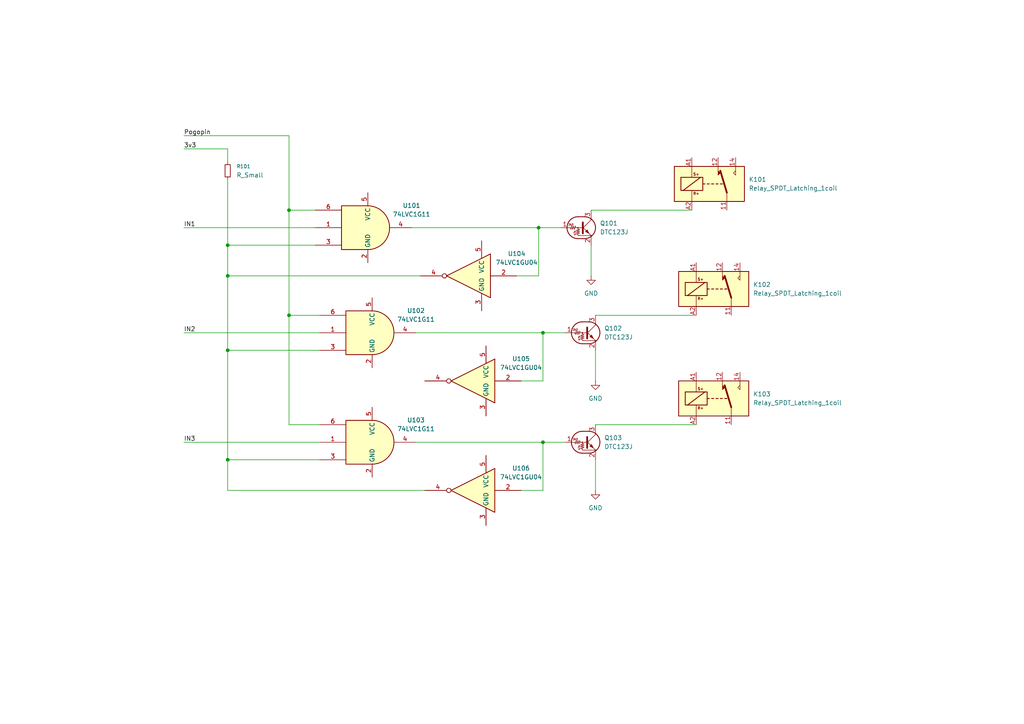
<source format=kicad_sch>
(kicad_sch (version 20250114) (generator "eeschema") (generator_version "9.0")
  (paper "A4")
  (lib_symbols
    (symbol "74xGxx:74LVC1G11"
      (property "Reference" "U" (at -5.08 10.16 0))
      (property "Value" "74LVC1G11" (at 7.62 -10.16 0))
      (symbol "74LVC1G11_0_1"
        (arc (start 0 6.35) (mid 6.3224 0) (end 0 -6.35) (stroke (width 0.254)) (fill (type background)))
        (polyline (pts (xy 0 -6.35) (xy -7.62 -6.35) (xy -7.62 6.35) (xy 0 6.35)) (stroke (width 0.254)) (fill (type background)))
      )
      (symbol "74LVC1G11_1_1"
        (pin input line (at -15.24 5.08 0) (length 7.62) (name "~") (number "6"))
        (pin input line (at -15.24 0 0) (length 7.62) (name "~") (number "1"))
        (pin input line (at -15.24 -5.08 0) (length 7.62) (name "~") (number "3"))
        (pin power_in line (at 0 10.16 270) (length 3.81) (name "VCC") (number "5"))
        (pin power_in line (at 0 -10.16 90) (length 3.81) (name "GND") (number "2"))
        (pin output line (at 12.7 0 180) (length 6.35) (name "~") (number "4"))
      )
    )
    (symbol "74xGxx:74LVC1GU04"
      (property "Reference" "U" (at -2.54 3.81 0))
      (property "Value" "74LVC1GU04" (at 0 -3.81 0))
      (symbol "74LVC1GU04_0_1"
        (polyline (pts (xy -7.62 6.35) (xy -7.62 -6.35) (xy 5.08 0) (xy -7.62 6.35)) (stroke (width 0.254)) (fill (type background)))
      )
      (symbol "74LVC1GU04_1_1"
        (pin input line (at -15.24 0 0) (length 7.62) (name "~") (number "2"))
        (pin no_connect line (at -7.62 2.54 0) (length 2.54) (hide yes) (name "NC") (number "1"))
        (pin power_in line (at -5.08 10.16 270) (length 5.08) (name "VCC") (number "5"))
        (pin power_in line (at -5.08 -10.16 90) (length 5.08) (name "GND") (number "3"))
        (pin output inverted (at 12.7 0 180) (length 7.62) (name "~") (number "4"))
      )
    )
    (symbol "Device:R_Small" (pin_numbers (hide yes)) (pin_names (offset 0.254) (hide yes))
      (property "Reference" "R" (at 0 0 90))
      (property "Value" "R_Small" (at 1.778 0 90))
      (symbol "R_Small_0_1"
        (rectangle (start -0.762 1.778) (end 0.762 -1.778) (stroke (width 0.2032)))
      )
      (symbol "R_Small_1_1"
        (pin passive line (at 0 2.54 270) (length 0.762) (name "~") (number "1"))
        (pin passive line (at 0 -2.54 90) (length 0.762) (name "~") (number "2"))
      )
    )
    (symbol "Relay:Relay_SPDT_Latching_1coil"
      (property "Reference" "K" (at 11.43 3.81 0))
      (property "Value" "Relay_SPDT_Latching_1coil" (at 11.43 1.27 0))
      (symbol "Relay_SPDT_Latching_1coil_0_0"
        (polyline (pts (xy 7.62 5.08) (xy 7.62 2.54) (xy 6.985 3.175) (xy 7.62 3.81)))
      )
      (symbol "Relay_SPDT_Latching_1coil_0_1"
        (rectangle (start -8.255 1.905) (end -1.905 -1.905) (stroke (width 0.254)))
        (polyline (pts (xy -7.62 -1.905) (xy -2.54 1.905)) (stroke (width 0.254)))
        (polyline (pts (xy -5.08 5.08) (xy -5.08 1.905)))
        (polyline (pts (xy -5.08 -5.08) (xy -5.08 -1.905)))
        (polyline (pts (xy -1.905 0) (xy -1.27 0)) (stroke (width 0.254)))
        (polyline (pts (xy -0.635 0) (xy 0 0)) (stroke (width 0.254)))
        (polyline (pts (xy 0.635 0) (xy 1.27 0)) (stroke (width 0.254)))
        (polyline (pts (xy 1.905 0) (xy 2.54 0)) (stroke (width 0.254)))
        (polyline (pts (xy 2.54 5.08) (xy 2.54 2.54) (xy 3.175 3.175) (xy 2.54 3.81)) (fill (type outline)))
        (polyline (pts (xy 3.175 0) (xy 3.81 0)) (stroke (width 0.254)))
        (polyline (pts (xy 5.08 -2.54) (xy 3.175 3.81)) (stroke (width 0.508)))
        (polyline (pts (xy 5.08 -2.54) (xy 5.08 -5.08)))
      )
      (symbol "Relay_SPDT_Latching_1coil_1_0"
        (text "S+" (at -3.81 2.794 0) (effects (font (size 0.762 0.762))))
        (text "R+" (at -3.81 -2.794 0) (effects (font (size 0.762 0.762))))
      )
      (symbol "Relay_SPDT_Latching_1coil_1_1"
        (rectangle (start -10.16 5.08) (end 10.16 -5.08) (stroke (width 0.254)) (fill (type background)))
        (pin passive line (at -5.08 7.62 270) (length 2.54) (name "~") (number "A1"))
        (pin passive line (at -5.08 -7.62 90) (length 2.54) (name "~") (number "A2"))
        (pin passive line (at 2.54 7.62 270) (length 2.54) (name "~") (number "12"))
        (pin passive line (at 5.08 -7.62 90) (length 2.54) (name "~") (number "11"))
        (pin passive line (at 7.62 7.62 270) (length 2.54) (name "~") (number "14"))
      )
    )
    (symbol "Transistor_BJT:DTC123J" (pin_names (offset 0) (hide yes))
      (property "Reference" "Q" (at 5.08 1.905 0))
      (property "Value" "DTC123J" (at 5.08 0 0))
      (symbol "DTC123J_0_0"
        (text "2k2" (at -3.302 0.889 0) (effects (font (size 0.508 0.508))))
        (text "47k" (at -2.159 -1.524 900) (effects (font (size 0.508 0.508))))
      )
      (symbol "DTC123J_0_1"
        (polyline (pts (xy -3.429 0) (xy -3.81 0)))
        (polyline (pts (xy -1.27 3.175) (xy 0.635 3.175)) (stroke (width 0.254)))
        (circle (center -1.27 0) (radius 0.127))
        (polyline (pts (xy -1.27 0) (xy -1.27 -0.381) (xy -0.762 -0.508) (xy -1.778 -0.762) (xy -0.762 -1.016) (xy -1.778 -1.27) (xy -0.762 -1.524) (xy -1.778 -1.778) (xy -1.27 -1.905) (xy -1.27 -2.286) (xy 2.54 -2.286)))
        (polyline (pts (xy -1.27 -3.175) (xy 0.635 -3.175)) (stroke (width 0.254)))
        (arc (start -1.27 -3.175) (mid -4.4312 0) (end -1.27 3.175) (stroke (width 0.254)))
        (polyline (pts (xy 0 0) (xy -1.905 0) (xy -2.032 0.508) (xy -2.286 -0.508) (xy -2.54 0.508) (xy -2.794 -0.508) (xy -3.048 0.508) (xy -3.302 -0.508) (xy -3.429 0)))
        (polyline (pts (xy 0 -0.254) (xy 2.54 2.286)))
        (polyline (pts (xy 0.127 1.524) (xy 0.127 -1.651)) (stroke (width 0.508)) (fill (type outline)))
        (arc (start 0.635 3.175) (mid 3.7962 0) (end 0.635 -3.175) (stroke (width 0.254)))
        (polyline (pts (xy 0.889 -1.143) (xy 1.397 -0.635) (xy 1.905 -1.651) (xy 0.889 -1.143)) (fill (type outline)))
        (polyline (pts (xy 2.54 2.286) (xy 2.54 2.54)))
        (polyline (pts (xy 2.54 -2.286) (xy 0 0.254) (xy 0 0.254)))
        (circle (center 2.54 -2.286) (radius 0.127))
      )
      (symbol "DTC123J_1_1"
        (pin input line (at -6.35 0 0) (length 2.54) (name "B") (number "1"))
        (pin passive line (at 2.54 5.08 270) (length 2.54) (name "C") (number "3"))
        (pin passive line (at 2.54 -5.08 90) (length 2.54) (name "E") (number "2"))
      )
    )
    (symbol "power:GND" (power) (pin_numbers (hide yes)) (pin_names (offset 0) (hide yes))
      (property "Value" "GND" (at 0 -3.81 0))
      (symbol "GND_0_1"
        (polyline (pts (xy 0 0) (xy 0 -1.27) (xy 1.27 -1.27) (xy 0 -2.54) (xy -1.27 -1.27) (xy 0 -1.27)))
      )
      (symbol "GND_1_1"
        (pin power_in line (at 0 0 270) (length 0) (name "~") (number "1"))
      )
    )
  )
  (junction (at 66.04 101.6))
  (junction (at 157.48 96.52))
  (junction (at 157.48 128.27))
  (junction (at 83.82 91.44))
  (junction (at 66.04 133.35))
  (junction (at 66.04 71.12))
  (junction (at 83.82 60.96))
  (junction (at 66.04 80.01))
  (junction (at 156.21 66.04))
  (wire (pts (xy 83.82 60.96) (xy 83.82 91.44)))
  (wire (pts (xy 53.34 43.18) (xy 66.04 43.18)))
  (wire (pts (xy 66.04 46.99) (xy 66.04 43.18)))
  (wire (pts (xy 83.82 91.44) (xy 83.82 123.19)))
  (wire (pts (xy 66.04 71.12) (xy 66.04 52.07)))
  (wire (pts (xy 83.82 39.37) (xy 83.82 60.96)))
  (wire (pts (xy 149.86 80.01) (xy 156.21 80.01)))
  (wire (pts (xy 151.13 110.49) (xy 157.48 110.49)))
  (wire (pts (xy 83.82 60.96) (xy 91.44 60.96)))
  (wire (pts (xy 66.04 71.12) (xy 66.04 80.01)))
  (wire (pts (xy 66.04 80.01) (xy 121.92 80.01)))
  (wire (pts (xy 91.44 71.12) (xy 66.04 71.12)))
  (wire (pts (xy 157.48 142.24) (xy 157.48 128.27)))
  (wire (pts (xy 157.48 128.27) (xy 163.83 128.27)))
  (wire (pts (xy 53.34 39.37) (xy 83.82 39.37)))
  (wire (pts (xy 171.45 80.01) (xy 171.45 71.12)))
  (wire (pts (xy 151.13 142.24) (xy 157.48 142.24)))
  (wire (pts (xy 172.72 142.24) (xy 172.72 133.35)))
  (wire (pts (xy 200.66 60.96) (xy 171.45 60.96)))
  (wire (pts (xy 66.04 101.6) (xy 92.71 101.6)))
  (wire (pts (xy 172.72 110.49) (xy 172.72 101.6)))
  (wire (pts (xy 120.65 128.27) (xy 157.48 128.27)))
  (wire (pts (xy 119.38 66.04) (xy 156.21 66.04)))
  (wire (pts (xy 66.04 133.35) (xy 92.71 133.35)))
  (wire (pts (xy 53.34 66.04) (xy 91.44 66.04)))
  (wire (pts (xy 92.71 96.52) (xy 53.34 96.52)))
  (wire (pts (xy 83.82 91.44) (xy 92.71 91.44)))
  (wire (pts (xy 201.93 123.19) (xy 172.72 123.19)))
  (wire (pts (xy 66.04 142.24) (xy 66.04 133.35)))
  (wire (pts (xy 123.19 142.24) (xy 66.04 142.24)))
  (wire (pts (xy 157.48 96.52) (xy 163.83 96.52)))
  (wire (pts (xy 201.93 91.44) (xy 172.72 91.44)))
  (wire (pts (xy 53.34 128.27) (xy 92.71 128.27)))
  (wire (pts (xy 66.04 101.6) (xy 66.04 133.35)))
  (wire (pts (xy 83.82 123.19) (xy 92.71 123.19)))
  (wire (pts (xy 156.21 80.01) (xy 156.21 66.04)))
  (wire (pts (xy 157.48 110.49) (xy 157.48 96.52)))
  (wire (pts (xy 66.04 80.01) (xy 66.04 101.6)))
  (wire (pts (xy 156.21 66.04) (xy 162.56 66.04)))
  (wire (pts (xy 120.65 96.52) (xy 157.48 96.52)))
  (label "3v3" (at 53.34 43.18 0))
  (label "IN3" (at 53.34 128.27 0))
  (label "Pogopin" (at 53.34 39.37 0))
  (label "IN2" (at 53.34 96.52 0))
  (label "IN1" (at 53.34 66.04 0))
  (symbol (lib_id "Transistor_BJT:DTC123J") (at 170.18 96.52 0) (unit 1)
    (property "Reference" "Q102" (at 175.26 95.2499 0) (effects (justify left)))
    (property "Value" "DTC123J" (at 175.26 97.7899 0) (effects (justify left)))
    (property "Description" "Digital NPN Transistor, 2k2/47k, SOT-23" (effects (hide yes)))
  )
  (symbol (lib_id "74xGxx:74LVC1GU04") (at 134.62 80.01 0) (mirror y) (unit 1)
    (property "Reference" "U104" (at 149.86 73.5898 0))
    (property "Value" "74LVC1GU04" (at 149.86 76.1298 0))
    (property "Datasheet" "http://www.ti.com/lit/sg/scyt129e/scyt129e.pdf" (effects (hide yes)))
    (property "Description" "74LVC1G04, Single NOT Gate, Low-Voltage CMOS" (effects (hide yes)))
  )
  (symbol (lib_id "74xGxx:74LVC1GU04") (at 135.89 110.49 0) (mirror y) (unit 1)
    (property "Reference" "U105" (at 151.13 104.0698 0))
    (property "Value" "74LVC1GU04" (at 151.13 106.6098 0))
    (property "Datasheet" "http://www.ti.com/lit/sg/scyt129e/scyt129e.pdf" (effects (hide yes)))
    (property "Description" "74LVC1G04, Single NOT Gate, Low-Voltage CMOS" (effects (hide yes)))
  )
  (symbol (lib_id "Device:R_Small") (at 66.04 49.53 0) (unit 1)
    (property "Reference" "R101" (at 68.58 48.2599 0) (effects (font (size 1.016 1.016)) (justify left)))
    (property "Value" "R_Small" (at 68.58 50.7999 0) (effects (justify left)))
    (property "Description" "Resistor, small symbol" (effects (hide yes)))
  )
  (symbol (lib_id "Transistor_BJT:DTC123J") (at 170.18 128.27 0) (unit 1)
    (property "Reference" "Q103" (at 175.26 126.9999 0) (effects (justify left)))
    (property "Value" "DTC123J" (at 175.26 129.5399 0) (effects (justify left)))
    (property "Description" "Digital NPN Transistor, 2k2/47k, SOT-23" (effects (hide yes)))
  )
  (symbol (lib_id "74xGxx:74LVC1G11") (at 107.95 96.52 0) (unit 1)
    (property "Reference" "U102" (at 120.65 90.0998 0))
    (property "Value" "74LVC1G11" (at 120.65 92.6398 0))
    (property "Datasheet" "http://www.ti.com/lit/sg/scyt129e/scyt129e.pdf" (effects (hide yes)))
    (property "Description" "Single AND 3-Input Gate, Low-Voltage CMOS" (effects (hide yes)))
  )
  (symbol (lib_id "74xGxx:74LVC1G11") (at 107.95 128.27 0) (unit 1)
    (property "Reference" "U103" (at 120.65 121.8498 0))
    (property "Value" "74LVC1G11" (at 120.65 124.3898 0))
    (property "Datasheet" "http://www.ti.com/lit/sg/scyt129e/scyt129e.pdf" (effects (hide yes)))
    (property "Description" "Single AND 3-Input Gate, Low-Voltage CMOS" (effects (hide yes)))
  )
  (symbol (lib_id "Relay:Relay_SPDT_Latching_1coil") (at 207.01 83.82 0) (unit 1)
    (property "Reference" "K102" (at 218.44 82.5499 0) (effects (justify left)))
    (property "Value" "Relay_SPDT_Latching_1coil" (at 218.44 85.0899 0) (effects (justify left)))
    (property "Description" "Relay SPDT, bistable, double-coil, EN50005" (effects (hide yes)))
  )
  (symbol (lib_id "Transistor_BJT:DTC123J") (at 168.91 66.04 0) (unit 1)
    (property "Reference" "Q101" (at 173.99 64.7699 0) (effects (justify left)))
    (property "Value" "DTC123J" (at 173.99 67.3099 0) (effects (justify left)))
    (property "Description" "Digital NPN Transistor, 2k2/47k, SOT-23" (effects (hide yes)))
  )
  (symbol (lib_id "power:GND") (at 171.45 80.01 0) (unit 1)
    (property "Reference" "#PWR0101" (effects (hide yes)))
    (property "Value" "GND" (at 171.45 85.09 0))
    (property "Description" "Power symbol creates a global label with name \"GND\" , ground" (effects (hide yes)))
  )
  (symbol (lib_id "Relay:Relay_SPDT_Latching_1coil") (at 205.74 53.34 0) (unit 1)
    (property "Reference" "K101" (at 217.17 52.0699 0) (effects (justify left)))
    (property "Value" "Relay_SPDT_Latching_1coil" (at 217.17 54.6099 0) (effects (justify left)))
    (property "Description" "Relay SPDT, bistable, double-coil, EN50005" (effects (hide yes)))
  )
  (symbol (lib_id "74xGxx:74LVC1GU04") (at 135.89 142.24 0) (mirror y) (unit 1)
    (property "Reference" "U106" (at 151.13 135.8198 0))
    (property "Value" "74LVC1GU04" (at 151.13 138.3598 0))
    (property "Datasheet" "http://www.ti.com/lit/sg/scyt129e/scyt129e.pdf" (effects (hide yes)))
    (property "Description" "74LVC1G04, Single NOT Gate, Low-Voltage CMOS" (effects (hide yes)))
  )
  (symbol (lib_id "74xGxx:74LVC1G11") (at 106.68 66.04 0) (unit 1)
    (property "Reference" "U101" (at 119.38 59.6198 0))
    (property "Value" "74LVC1G11" (at 119.38 62.1598 0))
    (property "Datasheet" "http://www.ti.com/lit/sg/scyt129e/scyt129e.pdf" (effects (hide yes)))
    (property "Description" "Single AND 3-Input Gate, Low-Voltage CMOS" (effects (hide yes)))
  )
  (symbol (lib_id "power:GND") (at 172.72 142.24 0) (unit 1)
    (property "Reference" "#PWR0103" (effects (hide yes)))
    (property "Value" "GND" (at 172.72 147.32 0))
    (property "Description" "Power symbol creates a global label with name \"GND\" , ground" (effects (hide yes)))
  )
  (symbol (lib_id "Relay:Relay_SPDT_Latching_1coil") (at 207.01 115.57 0) (unit 1)
    (property "Reference" "K103" (at 218.44 114.2999 0) (effects (justify left)))
    (property "Value" "Relay_SPDT_Latching_1coil" (at 218.44 116.8399 0) (effects (justify left)))
    (property "Description" "Relay SPDT, bistable, double-coil, EN50005" (effects (hide yes)))
  )
  (symbol (lib_id "power:GND") (at 172.72 110.49 0) (unit 1)
    (property "Reference" "#PWR0102" (effects (hide yes)))
    (property "Value" "GND" (at 172.72 115.57 0))
    (property "Description" "Power symbol creates a global label with name \"GND\" , ground" (effects (hide yes)))
  )
)
</source>
